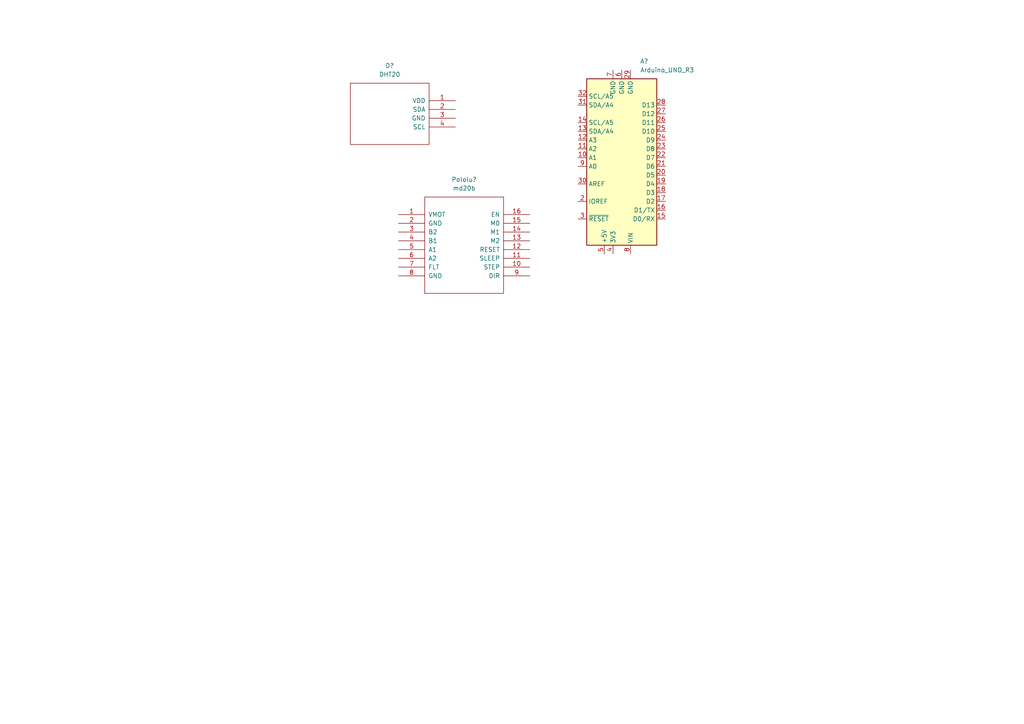
<source format=kicad_sch>
(kicad_sch (version 20211123) (generator eeschema)
  (paper "A4")
  (lib_symbols
    (symbol "DHT20:DHT20" (pin_names (offset 1.016))
      (property "Reference" "D" (at 0 -2.54 0))
      (property "Value" "DHT20" (at 0 2.54 0))
      (symbol "DHT20_1_0"
        (rectangle (start -11.43 -8.89) (end 11.43 8.89))
      )
      (symbol "DHT20_1_1"
        (pin power_in line (at -19.05 3.81 0) (length 7.62) (name "VDD") (number "1"))
        (pin output line (at -19.05 1.27 0) (length 7.62) (name "SDA") (number "2"))
        (pin power_out line (at -19.05 -1.27 0) (length 7.62) (name "GND") (number "3"))
        (pin input line (at -19.05 -3.81 0) (length 7.62) (name "SCL") (number "4"))
      )
    )
    (symbol "MCU_Module:Arduino_UNO_R3"
      (property "Reference" "A" (at -10.16 23.495 0))
      (property "Value" "Arduino_UNO_R3" (at 5.08 -26.67 0))
      (symbol "Arduino_UNO_R3_0_1"
        (rectangle (start -10.16 22.86) (end 10.16 -25.4) (stroke (width 0.254)) (fill (type background)))
      )
      (symbol "Arduino_UNO_R3_1_1"
        (pin no_connect line (at -10.16 -20.32 0) (length 2.54) hide (name "NC") (number "1"))
        (pin bidirectional line (at 12.7 -2.54 180) (length 2.54) (name "A1") (number "10"))
        (pin bidirectional line (at 12.7 -5.08 180) (length 2.54) (name "A2") (number "11"))
        (pin bidirectional line (at 12.7 -7.62 180) (length 2.54) (name "A3") (number "12"))
        (pin bidirectional line (at 12.7 -10.16 180) (length 2.54) (name "SDA/A4") (number "13"))
        (pin bidirectional line (at 12.7 -12.7 180) (length 2.54) (name "SCL/A5") (number "14"))
        (pin bidirectional line (at -12.7 15.24 0) (length 2.54) (name "D0/RX") (number "15"))
        (pin bidirectional line (at -12.7 12.7 0) (length 2.54) (name "D1/TX") (number "16"))
        (pin bidirectional line (at -12.7 10.16 0) (length 2.54) (name "D2") (number "17"))
        (pin bidirectional line (at -12.7 7.62 0) (length 2.54) (name "D3") (number "18"))
        (pin bidirectional line (at -12.7 5.08 0) (length 2.54) (name "D4") (number "19"))
        (pin output line (at 12.7 10.16 180) (length 2.54) (name "IOREF") (number "2"))
        (pin bidirectional line (at -12.7 2.54 0) (length 2.54) (name "D5") (number "20"))
        (pin bidirectional line (at -12.7 0 0) (length 2.54) (name "D6") (number "21"))
        (pin bidirectional line (at -12.7 -2.54 0) (length 2.54) (name "D7") (number "22"))
        (pin bidirectional line (at -12.7 -5.08 0) (length 2.54) (name "D8") (number "23"))
        (pin bidirectional line (at -12.7 -7.62 0) (length 2.54) (name "D9") (number "24"))
        (pin bidirectional line (at -12.7 -10.16 0) (length 2.54) (name "D10") (number "25"))
        (pin bidirectional line (at -12.7 -12.7 0) (length 2.54) (name "D11") (number "26"))
        (pin bidirectional line (at -12.7 -15.24 0) (length 2.54) (name "D12") (number "27"))
        (pin bidirectional line (at -12.7 -17.78 0) (length 2.54) (name "D13") (number "28"))
        (pin power_in line (at -2.54 -27.94 90) (length 2.54) (name "GND") (number "29"))
        (pin input line (at 12.7 15.24 180) (length 2.54) (name "~{RESET}") (number "3"))
        (pin input line (at 12.7 5.08 180) (length 2.54) (name "AREF") (number "30"))
        (pin bidirectional line (at 12.7 -17.78 180) (length 2.54) (name "SDA/A4") (number "31"))
        (pin bidirectional line (at 12.7 -20.32 180) (length 2.54) (name "SCL/A5") (number "32"))
        (pin power_out line (at 2.54 25.4 270) (length 2.54) (name "3V3") (number "4"))
        (pin power_out line (at 5.08 25.4 270) (length 2.54) (name "+5V") (number "5"))
        (pin power_in line (at 0 -27.94 90) (length 2.54) (name "GND") (number "6"))
        (pin power_in line (at 2.54 -27.94 90) (length 2.54) (name "GND") (number "7"))
        (pin power_in line (at -2.54 25.4 270) (length 2.54) (name "VIN") (number "8"))
        (pin bidirectional line (at 12.7 0 180) (length 2.54) (name "A0") (number "9"))
      )
    )
    (symbol "md20b:md20b" (pin_names (offset 1.016))
      (property "Reference" "Pololu" (at 0 -2.54 0))
      (property "Value" "md20b" (at 0 2.54 0))
      (symbol "md20b_1_0"
        (rectangle (start -11.43 -13.97) (end 11.43 13.97))
      )
      (symbol "md20b_1_1"
        (pin power_in line (at -19.05 8.89 0) (length 7.62) (name "VMOT") (number "1"))
        (pin input line (at 19.05 -6.35 180) (length 7.62) (name "STEP") (number "10"))
        (pin input line (at 19.05 -3.81 180) (length 7.62) (name "SLEEP") (number "11"))
        (pin input line (at 19.05 -1.27 180) (length 7.62) (name "RESET") (number "12"))
        (pin input line (at 19.05 1.27 180) (length 7.62) (name "M2") (number "13"))
        (pin input line (at 19.05 3.81 180) (length 7.62) (name "M1") (number "14"))
        (pin input line (at 19.05 6.35 180) (length 7.62) (name "M0") (number "15"))
        (pin input line (at 19.05 8.89 180) (length 7.62) (name "EN") (number "16"))
        (pin power_out line (at -19.05 6.35 0) (length 7.62) (name "GND") (number "2"))
        (pin output line (at -19.05 3.81 0) (length 7.62) (name "B2") (number "3"))
        (pin output line (at -19.05 1.27 0) (length 7.62) (name "B1") (number "4"))
        (pin output line (at -19.05 -1.27 0) (length 7.62) (name "A1") (number "5"))
        (pin output line (at -19.05 -3.81 0) (length 7.62) (name "A2") (number "6"))
        (pin input line (at -19.05 -6.35 0) (length 7.62) (name "FLT") (number "7"))
        (pin power_out line (at -19.05 -8.89 0) (length 7.62) (name "GND") (number "8"))
        (pin input line (at 19.05 -8.89 180) (length 7.62) (name "DIR") (number "9"))
      )
    )
  )
  (symbol (lib_id "md20b:md20b") (at 134.62 71.12 0) (unit 1)
    (property "Reference" "Pololu?" (at 134.62 52.07 0))
    (property "Value" "md20b" (at 134.62 54.61 0))
    (property "Footprint" "MODULE" (effects hide))
    (property "Datasheet" "DOCUMENTATION" (effects hide))
  )
  (symbol (lib_id "MCU_Module:Arduino_UNO_R3") (at 180.34 48.26 180) (unit 1)
    (property "Reference" "A?" (at 185.6487 17.78 0) (effects (justify right)))
    (property "Value" "Arduino_UNO_R3" (at 185.6487 20.32 0) (effects (justify right)))
    (property "Footprint" "Module:Arduino_UNO_R3" (effects hide))
    (property "Datasheet" "https://www.arduino.cc/en/Main/arduinoBoardUno" (effects hide))
  )
  (symbol (lib_id "DHT20:DHT20") (at 113.03 33.02 0) (mirror y) (unit 1)
    (property "Reference" "D?" (at 113.03 19.05 0))
    (property "Value" "DHT20" (at 113.03 21.59 0))
    (property "Footprint" "MODULE" (effects hide))
    (property "Datasheet" "DOCUMENTATION" (effects hide))
  )
)
</source>
